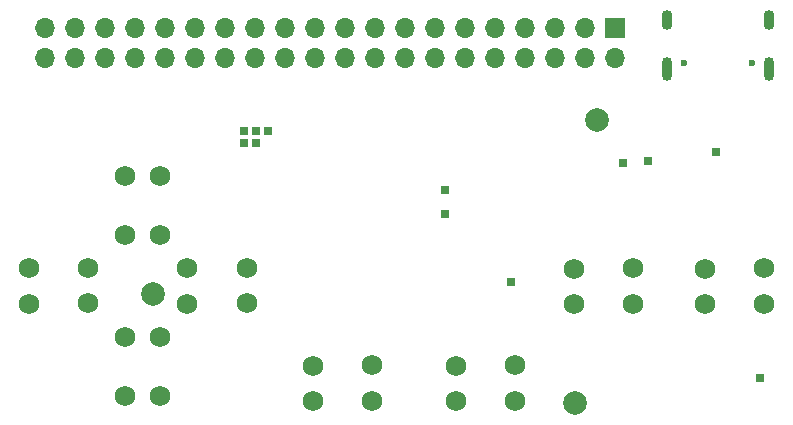
<source format=gbr>
%TF.GenerationSoftware,KiCad,Pcbnew,(6.0.8)*%
%TF.CreationDate,2022-10-11T12:28:16+11:00*%
%TF.ProjectId,PicoGamePad_V3_0_0_A,5069636f-4761-46d6-9550-61645f56335f,4.0.0 (Rev A)*%
%TF.SameCoordinates,Original*%
%TF.FileFunction,Soldermask,Top*%
%TF.FilePolarity,Negative*%
%FSLAX46Y46*%
G04 Gerber Fmt 4.6, Leading zero omitted, Abs format (unit mm)*
G04 Created by KiCad (PCBNEW (6.0.8)) date 2022-10-11 12:28:16*
%MOMM*%
%LPD*%
G01*
G04 APERTURE LIST*
G04 Aperture macros list*
%AMRoundRect*
0 Rectangle with rounded corners*
0 $1 Rounding radius*
0 $2 $3 $4 $5 $6 $7 $8 $9 X,Y pos of 4 corners*
0 Add a 4 corners polygon primitive as box body*
4,1,4,$2,$3,$4,$5,$6,$7,$8,$9,$2,$3,0*
0 Add four circle primitives for the rounded corners*
1,1,$1+$1,$2,$3*
1,1,$1+$1,$4,$5*
1,1,$1+$1,$6,$7*
1,1,$1+$1,$8,$9*
0 Add four rect primitives between the rounded corners*
20,1,$1+$1,$2,$3,$4,$5,0*
20,1,$1+$1,$4,$5,$6,$7,0*
20,1,$1+$1,$6,$7,$8,$9,0*
20,1,$1+$1,$8,$9,$2,$3,0*%
G04 Aperture macros list end*
%ADD10RoundRect,0.075000X-0.300000X-0.300000X0.300000X-0.300000X0.300000X0.300000X-0.300000X0.300000X0*%
%ADD11C,1.750000*%
%ADD12C,2.000000*%
%ADD13R,1.700000X1.700000*%
%ADD14O,1.700000X1.700000*%
%ADD15C,0.600000*%
%ADD16O,0.900000X1.700000*%
%ADD17O,0.900000X2.000000*%
G04 APERTURE END LIST*
D10*
%TO.C,TP5*%
X155175000Y-87375000D03*
%TD*%
D11*
%TO.C,SW6*%
X150500000Y-78150000D03*
X155500000Y-78100000D03*
X150500000Y-81100000D03*
X155500000Y-81100000D03*
%TD*%
D10*
%TO.C,TP2*%
X128500000Y-73500000D03*
%TD*%
%TO.C,TP4*%
X111500000Y-67500000D03*
%TD*%
%TO.C,TP10*%
X145650000Y-69000000D03*
%TD*%
D11*
%TO.C,SW5*%
X104350000Y-70300000D03*
X104400000Y-75300000D03*
X101400000Y-75300000D03*
X101400000Y-70300000D03*
%TD*%
D10*
%TO.C,TP6*%
X112500000Y-67500000D03*
%TD*%
%TO.C,TP9*%
X143550000Y-69200000D03*
%TD*%
%TO.C,TP7*%
X111500000Y-66500000D03*
%TD*%
D12*
%TO.C,FID3*%
X141400000Y-65500000D03*
%TD*%
D11*
%TO.C,SW1*%
X104350000Y-83900000D03*
X104400000Y-88900000D03*
X101400000Y-83900000D03*
X101400000Y-88900000D03*
%TD*%
D10*
%TO.C,TP1*%
X128500000Y-71500000D03*
%TD*%
D12*
%TO.C,FID2*%
X139500000Y-89500000D03*
%TD*%
D11*
%TO.C,SW2*%
X134460000Y-86300000D03*
X129460000Y-86350000D03*
X129460000Y-89300000D03*
X134460000Y-89300000D03*
%TD*%
%TO.C,SW8*%
X117300000Y-86350000D03*
X122300000Y-86300000D03*
X117300000Y-89300000D03*
X122300000Y-89300000D03*
%TD*%
D10*
%TO.C,TP8*%
X151450000Y-68250000D03*
%TD*%
D11*
%TO.C,SW3*%
X98300000Y-81050000D03*
X93300000Y-81100000D03*
X98300000Y-78100000D03*
X93300000Y-78100000D03*
%TD*%
%TO.C,SW7*%
X111700000Y-81050000D03*
X106700000Y-81100000D03*
X111700000Y-78100000D03*
X106700000Y-78100000D03*
%TD*%
%TO.C,SW4*%
X139450000Y-78150000D03*
X144450000Y-78100000D03*
X144450000Y-81100000D03*
X139450000Y-81100000D03*
%TD*%
D10*
%TO.C,TP11*%
X113500000Y-66500000D03*
%TD*%
%TO.C,TP12*%
X134075000Y-79250000D03*
%TD*%
%TO.C,TP3*%
X112500000Y-66500000D03*
%TD*%
D12*
%TO.C,FID1*%
X103800000Y-80250000D03*
%TD*%
D13*
%TO.C,J3*%
X142900000Y-57725000D03*
D14*
X142900000Y-60265000D03*
X140360000Y-57725000D03*
X140360000Y-60265000D03*
X137820000Y-57725000D03*
X137820000Y-60265000D03*
X135280000Y-57725000D03*
X135280000Y-60265000D03*
X132740000Y-57725000D03*
X132740000Y-60265000D03*
X130200000Y-57725000D03*
X130200000Y-60265000D03*
X127660000Y-57725000D03*
X127660000Y-60265000D03*
X125120000Y-57725000D03*
X125120000Y-60265000D03*
X122580000Y-57725000D03*
X122580000Y-60265000D03*
X120040000Y-57725000D03*
X120040000Y-60265000D03*
X117500000Y-57725000D03*
X117500000Y-60265000D03*
X114960000Y-57725000D03*
X114960000Y-60265000D03*
X112420000Y-57725000D03*
X112420000Y-60265000D03*
X109880000Y-57725000D03*
X109880000Y-60265000D03*
X107340000Y-57725000D03*
X107340000Y-60265000D03*
X104800000Y-57725000D03*
X104800000Y-60265000D03*
X102260000Y-57725000D03*
X102260000Y-60265000D03*
X99720000Y-57725000D03*
X99720000Y-60265000D03*
X97180000Y-57725000D03*
X97180000Y-60265000D03*
X94640000Y-57725000D03*
X94640000Y-60265000D03*
%TD*%
D15*
%TO.C,J1*%
X148735000Y-60750000D03*
X154515000Y-60750000D03*
D16*
X155945000Y-57060000D03*
D17*
X147305000Y-61230000D03*
X155945000Y-61230000D03*
D16*
X147305000Y-57060000D03*
%TD*%
M02*

</source>
